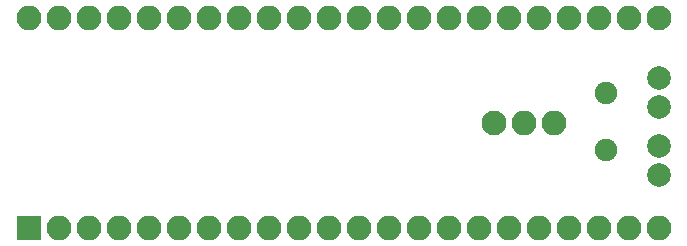
<source format=gbs>
G04 #@! TF.FileFunction,Soldermask,Bot*
%FSLAX46Y46*%
G04 Gerber Fmt 4.6, Leading zero omitted, Abs format (unit mm)*
G04 Created by KiCad (PCBNEW 4.0.7) date 02/09/18 14:15:54*
%MOMM*%
%LPD*%
G01*
G04 APERTURE LIST*
%ADD10C,0.100000*%
%ADD11C,2.100000*%
%ADD12O,2.100000X2.100000*%
%ADD13C,2.000000*%
%ADD14R,2.100000X2.100000*%
%ADD15C,1.900000*%
G04 APERTURE END LIST*
D10*
D11*
X152400000Y-107950000D03*
D12*
X154940000Y-107950000D03*
X157480000Y-107950000D03*
D13*
X166370000Y-112395000D03*
X166370000Y-109895000D03*
D11*
X166370000Y-99060000D03*
D12*
X163830000Y-99060000D03*
X161290000Y-99060000D03*
X158750000Y-99060000D03*
X156210000Y-99060000D03*
X153670000Y-99060000D03*
X151130000Y-99060000D03*
X148590000Y-99060000D03*
X146050000Y-99060000D03*
X143510000Y-99060000D03*
X140970000Y-99060000D03*
X138430000Y-99060000D03*
X135890000Y-99060000D03*
X133350000Y-99060000D03*
X130810000Y-99060000D03*
X128270000Y-99060000D03*
X125730000Y-99060000D03*
X123190000Y-99060000D03*
X120650000Y-99060000D03*
X118110000Y-99060000D03*
X115570000Y-99060000D03*
X113030000Y-99060000D03*
D14*
X113030000Y-116840000D03*
D12*
X115570000Y-116840000D03*
X118110000Y-116840000D03*
X120650000Y-116840000D03*
X123190000Y-116840000D03*
X125730000Y-116840000D03*
X128270000Y-116840000D03*
X130810000Y-116840000D03*
X133350000Y-116840000D03*
X135890000Y-116840000D03*
X138430000Y-116840000D03*
X140970000Y-116840000D03*
X143510000Y-116840000D03*
X146050000Y-116840000D03*
X148590000Y-116840000D03*
X151130000Y-116840000D03*
X153670000Y-116840000D03*
X156210000Y-116840000D03*
X158750000Y-116840000D03*
X161290000Y-116840000D03*
X163830000Y-116840000D03*
X166370000Y-116840000D03*
D15*
X161925000Y-110290000D03*
X161925000Y-105410000D03*
D13*
X166370000Y-104140000D03*
X166370000Y-106640000D03*
M02*

</source>
